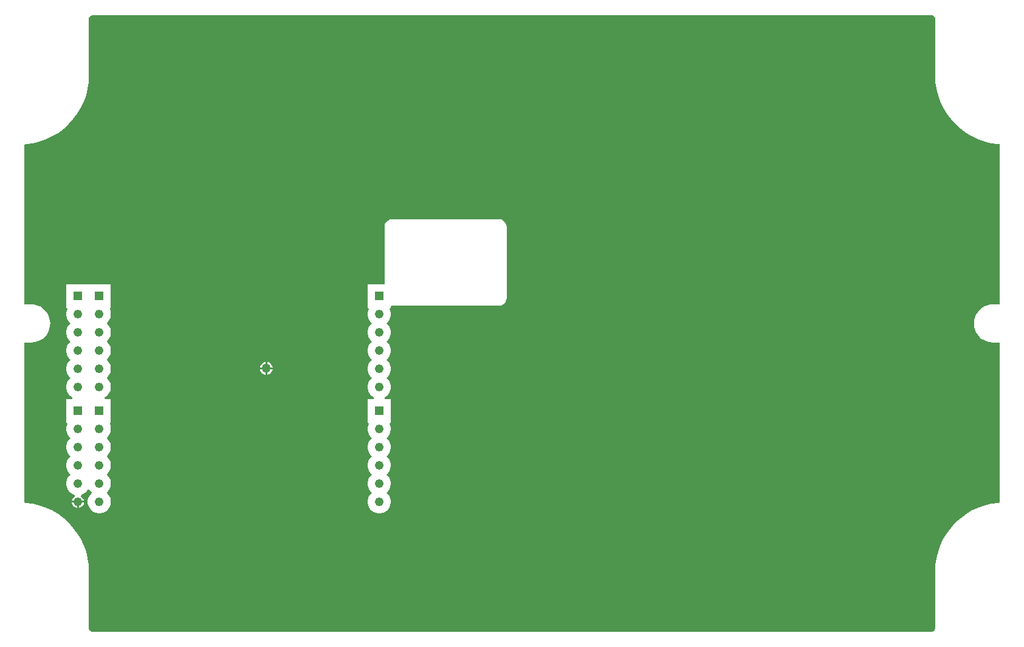
<source format=gtl>
G04*
G04 #@! TF.GenerationSoftware,Altium Limited,Altium Designer,24.5.2 (23)*
G04*
G04 Layer_Physical_Order=1*
G04 Layer_Color=255*
%FSLAX44Y44*%
%MOMM*%
G71*
G04*
G04 #@! TF.SameCoordinates,FF7F0701-0BDD-48FF-8A56-710F3804CBA9*
G04*
G04*
G04 #@! TF.FilePolarity,Positive*
G04*
G01*
G75*
%ADD13R,1.2200X1.2200*%
%ADD14C,1.2200*%
%ADD15C,1.2700*%
G36*
X100000Y864392D02*
X1270000D01*
X1272271Y863742D01*
X1273153Y863153D01*
X1273742Y862271D01*
X1274392Y860000D01*
X1274422Y859849D01*
X1274422Y857460D01*
X1274426Y782465D01*
X1274461Y782290D01*
X1274409Y781231D01*
X1274876Y771738D01*
X1276270Y762336D01*
X1278580Y753116D01*
X1281782Y744167D01*
X1285845Y735575D01*
X1290732Y727423D01*
X1296393Y719789D01*
X1302776Y712746D01*
X1309819Y706364D01*
X1317453Y700702D01*
X1325605Y695815D01*
X1334197Y691752D01*
X1343146Y688550D01*
X1352366Y686240D01*
X1361768Y684846D01*
X1364392Y684717D01*
Y461608D01*
X1355000D01*
X1355000Y461608D01*
Y461608D01*
X1354785Y461565D01*
X1350842Y461255D01*
X1346786Y460281D01*
X1342932Y458685D01*
X1339375Y456505D01*
X1336204Y453796D01*
X1333495Y450625D01*
X1331315Y447068D01*
X1329719Y443214D01*
X1328745Y439158D01*
X1328418Y435000D01*
X1328745Y430842D01*
X1329719Y426786D01*
X1331315Y422932D01*
X1333495Y419375D01*
X1336204Y416204D01*
X1339375Y413495D01*
X1342932Y411315D01*
X1346786Y409719D01*
X1350842Y408745D01*
X1354785Y408435D01*
X1355000Y408392D01*
X1364392D01*
Y185287D01*
X1361771Y185159D01*
X1352368Y183764D01*
X1343148Y181454D01*
X1334198Y178252D01*
X1325605Y174188D01*
X1317453Y169301D01*
X1309818Y163639D01*
X1302775Y157255D01*
X1296391Y150212D01*
X1290729Y142578D01*
X1285842Y134424D01*
X1281778Y125832D01*
X1278576Y116882D01*
X1276266Y107662D01*
X1274871Y98259D01*
X1274405Y88765D01*
X1274457Y87705D01*
X1274422Y87530D01*
Y10151D01*
X1274392Y10000D01*
X1274392Y10000D01*
X1273742Y7729D01*
X1273153Y6847D01*
X1271706Y5881D01*
X1270167Y5574D01*
X1270000Y5608D01*
X100000D01*
X99833Y5574D01*
X98294Y5881D01*
X96847Y6847D01*
X96258Y7729D01*
X95608Y10000D01*
X95578Y12528D01*
Y87530D01*
X95543Y87705D01*
X95595Y88765D01*
X95129Y98259D01*
X93734Y107662D01*
X91424Y116882D01*
X88222Y125832D01*
X84158Y134424D01*
X79271Y142578D01*
X73609Y150212D01*
X67225Y157255D01*
X60182Y163639D01*
X52547Y169301D01*
X44394Y174188D01*
X35802Y178252D01*
X26852Y181454D01*
X17631Y183764D01*
X8229Y185159D01*
X5608Y185287D01*
Y408392D01*
X15000D01*
X15000Y408392D01*
Y408392D01*
X15215Y408435D01*
X19158Y408745D01*
X23214Y409719D01*
X27068Y411315D01*
X30624Y413495D01*
X33796Y416204D01*
X36505Y419375D01*
X38685Y422932D01*
X40281Y426786D01*
X41255Y430842D01*
X41582Y435000D01*
X41255Y439158D01*
X40281Y443214D01*
X38685Y447068D01*
X36505Y450625D01*
X33796Y453796D01*
X30624Y456505D01*
X27068Y458685D01*
X23214Y460281D01*
X19158Y461255D01*
X15215Y461565D01*
X15000Y461608D01*
X5578D01*
Y684711D01*
X8229Y684841D01*
X17631Y686236D01*
X26852Y688546D01*
X35802Y691748D01*
X44394Y695812D01*
X52547Y700699D01*
X60182Y706361D01*
X67225Y712745D01*
X73609Y719788D01*
X79271Y727422D01*
X84158Y735575D01*
X88222Y744168D01*
X91424Y753118D01*
X93734Y762339D01*
X95129Y771741D01*
X95595Y781235D01*
X95543Y782295D01*
X95578Y782470D01*
Y859849D01*
X95608Y860000D01*
X95608Y860000D01*
X96258Y862271D01*
X96847Y863153D01*
X98294Y864119D01*
X99833Y864426D01*
X100000Y864392D01*
D02*
G37*
%LPC*%
G36*
X343770Y381363D02*
Y373770D01*
X351363D01*
X350784Y375931D01*
X349614Y377959D01*
X347959Y379614D01*
X345931Y380784D01*
X343770Y381363D01*
D02*
G37*
G36*
X341230D02*
X339069Y380784D01*
X337041Y379614D01*
X335386Y377959D01*
X334216Y375931D01*
X333637Y373770D01*
X341230D01*
Y381363D01*
D02*
G37*
G36*
X351363Y371230D02*
X343770D01*
Y363637D01*
X345931Y364216D01*
X347959Y365386D01*
X349614Y367041D01*
X350784Y369069D01*
X351363Y371230D01*
D02*
G37*
G36*
X341230D02*
X333637D01*
X334216Y369069D01*
X335386Y367041D01*
X337041Y365386D01*
X339069Y364216D01*
X341230Y363637D01*
Y371230D01*
D02*
G37*
G36*
X88604Y185230D02*
X81270D01*
Y177896D01*
X83335Y178449D01*
X85305Y179586D01*
X86914Y181195D01*
X88051Y183165D01*
X88604Y185230D01*
D02*
G37*
G36*
X78730D02*
X71396D01*
X71949Y183165D01*
X73086Y181195D01*
X74695Y179586D01*
X76665Y178449D01*
X78730Y177896D01*
Y185230D01*
D02*
G37*
G36*
X667500Y580086D02*
X517530D01*
X514920Y579743D01*
X512487Y578735D01*
X510398Y577132D01*
X508795Y575043D01*
X507787Y572611D01*
X507444Y570000D01*
Y489600D01*
X483900D01*
Y457400D01*
X484087D01*
X485374Y454860D01*
X484519Y452796D01*
X483900Y449686D01*
Y446514D01*
X484519Y443404D01*
X485732Y440474D01*
X487494Y437837D01*
X488201Y437131D01*
X489582Y435400D01*
X488201Y433670D01*
X487494Y432963D01*
X485732Y430326D01*
X484519Y427396D01*
X483900Y424286D01*
Y421114D01*
X484519Y418004D01*
X485732Y415074D01*
X487494Y412437D01*
X488201Y411730D01*
X489582Y410000D01*
X488201Y408270D01*
X487494Y407563D01*
X485732Y404926D01*
X484519Y401996D01*
X483900Y398886D01*
Y395714D01*
X484519Y392604D01*
X485732Y389674D01*
X487494Y387037D01*
X488201Y386330D01*
X489582Y384600D01*
X488201Y382869D01*
X487494Y382163D01*
X485732Y379526D01*
X484519Y376596D01*
X483900Y373486D01*
Y370314D01*
X484519Y367204D01*
X485732Y364274D01*
X487494Y361637D01*
X488201Y360930D01*
X489582Y359200D01*
X488201Y357469D01*
X487494Y356763D01*
X485732Y354126D01*
X484519Y351196D01*
X483900Y348086D01*
Y344914D01*
X484519Y341804D01*
X485732Y338874D01*
X487494Y336237D01*
X489737Y333994D01*
X492374Y332232D01*
X492597Y332140D01*
X492091Y329600D01*
X483900D01*
Y297400D01*
X484087D01*
X485374Y294860D01*
X484519Y292796D01*
X483900Y289686D01*
Y286514D01*
X484519Y283404D01*
X485732Y280474D01*
X487494Y277837D01*
X488201Y277131D01*
X489582Y275400D01*
X488201Y273669D01*
X487494Y272963D01*
X485732Y270326D01*
X484519Y267396D01*
X483900Y264286D01*
Y261114D01*
X484519Y258004D01*
X485732Y255074D01*
X487494Y252437D01*
X488201Y251730D01*
X489582Y250000D01*
X488201Y248270D01*
X487494Y247563D01*
X485732Y244926D01*
X484519Y241996D01*
X483900Y238886D01*
Y235714D01*
X484519Y232604D01*
X485732Y229674D01*
X487494Y227037D01*
X488201Y226331D01*
X489582Y224600D01*
X488201Y222869D01*
X487494Y222163D01*
X485732Y219526D01*
X484519Y216596D01*
X483900Y213486D01*
Y210314D01*
X484519Y207204D01*
X485732Y204274D01*
X487494Y201637D01*
X488201Y200931D01*
X489582Y199200D01*
X488201Y197470D01*
X487494Y196763D01*
X485732Y194126D01*
X484519Y191196D01*
X483900Y188086D01*
Y184914D01*
X484519Y181804D01*
X485732Y178874D01*
X487494Y176237D01*
X489737Y173994D01*
X492374Y172232D01*
X495304Y171019D01*
X498414Y170400D01*
X501586D01*
X504696Y171019D01*
X507626Y172232D01*
X510263Y173994D01*
X512506Y176237D01*
X514268Y178874D01*
X515481Y181804D01*
X516100Y184914D01*
Y188086D01*
X515481Y191196D01*
X514268Y194126D01*
X512506Y196763D01*
X511799Y197470D01*
X510418Y199200D01*
X511799Y200931D01*
X512506Y201637D01*
X514268Y204274D01*
X515481Y207204D01*
X516100Y210314D01*
Y213486D01*
X515481Y216596D01*
X514268Y219526D01*
X512506Y222163D01*
X511799Y222869D01*
X510418Y224600D01*
X511799Y226331D01*
X512506Y227037D01*
X514268Y229674D01*
X515481Y232604D01*
X516100Y235714D01*
Y238886D01*
X515481Y241996D01*
X514268Y244926D01*
X512506Y247563D01*
X511799Y248270D01*
X510418Y250000D01*
X511799Y251730D01*
X512506Y252437D01*
X514268Y255074D01*
X515481Y258004D01*
X516100Y261114D01*
Y264286D01*
X515481Y267396D01*
X514268Y270326D01*
X512506Y272963D01*
X511799Y273669D01*
X510418Y275400D01*
X511799Y277131D01*
X512506Y277837D01*
X514268Y280474D01*
X515481Y283404D01*
X516100Y286514D01*
Y289686D01*
X515481Y292796D01*
X514627Y294860D01*
X515913Y297400D01*
X516100D01*
Y329600D01*
X507909D01*
X507403Y332140D01*
X507626Y332232D01*
X510263Y333994D01*
X512506Y336237D01*
X514268Y338874D01*
X515481Y341804D01*
X516100Y344914D01*
Y348086D01*
X515481Y351196D01*
X514268Y354126D01*
X512506Y356763D01*
X511799Y357469D01*
X510418Y359200D01*
X511799Y360930D01*
X512506Y361637D01*
X514268Y364274D01*
X515481Y367204D01*
X516100Y370314D01*
Y373486D01*
X515481Y376596D01*
X514268Y379526D01*
X512506Y382163D01*
X511799Y382869D01*
X510418Y384600D01*
X511799Y386330D01*
X512506Y387037D01*
X514268Y389674D01*
X515481Y392604D01*
X516100Y395714D01*
Y398886D01*
X515481Y401996D01*
X514268Y404926D01*
X512506Y407563D01*
X511799Y408270D01*
X510418Y410000D01*
X511799Y411730D01*
X512506Y412437D01*
X514268Y415074D01*
X515481Y418004D01*
X516100Y421114D01*
Y424286D01*
X515481Y427396D01*
X514268Y430326D01*
X512506Y432963D01*
X511799Y433670D01*
X510418Y435400D01*
X511799Y437131D01*
X512506Y437837D01*
X514268Y440474D01*
X515481Y443404D01*
X516100Y446514D01*
Y449686D01*
X515481Y452796D01*
X514627Y454860D01*
X515913Y457400D01*
X516100D01*
Y458660D01*
X517530Y459914D01*
X667500D01*
X670110Y460257D01*
X672543Y461265D01*
X674632Y462868D01*
X676235Y464957D01*
X677243Y467389D01*
X677586Y470000D01*
Y570000D01*
X677243Y572611D01*
X676235Y575043D01*
X674632Y577132D01*
X672543Y578735D01*
X670110Y579743D01*
X667500Y580086D01*
D02*
G37*
G36*
X126100Y489600D02*
X63900D01*
Y457400D01*
X64088D01*
X65374Y454860D01*
X64519Y452796D01*
X63900Y449686D01*
Y446514D01*
X64519Y443404D01*
X65732Y440474D01*
X67494Y437837D01*
X68201Y437131D01*
X69582Y435400D01*
X68201Y433670D01*
X67494Y432963D01*
X65732Y430326D01*
X64519Y427396D01*
X63900Y424286D01*
Y421114D01*
X64519Y418004D01*
X65732Y415074D01*
X67494Y412437D01*
X68201Y411730D01*
X69582Y410000D01*
X68201Y408270D01*
X67494Y407563D01*
X65732Y404926D01*
X64519Y401996D01*
X63900Y398886D01*
Y395714D01*
X64519Y392604D01*
X65732Y389674D01*
X67494Y387037D01*
X68201Y386330D01*
X69582Y384600D01*
X68201Y382869D01*
X67494Y382163D01*
X65732Y379526D01*
X64519Y376596D01*
X63900Y373486D01*
Y370314D01*
X64519Y367204D01*
X65732Y364274D01*
X67494Y361637D01*
X68201Y360930D01*
X69582Y359200D01*
X68201Y357469D01*
X67494Y356763D01*
X65732Y354126D01*
X64519Y351196D01*
X63900Y348086D01*
Y344914D01*
X64519Y341804D01*
X65732Y338874D01*
X67494Y336237D01*
X69737Y333994D01*
X72374Y332232D01*
X72597Y332140D01*
X72091Y329600D01*
X63900D01*
Y297400D01*
X64088D01*
X65374Y294860D01*
X64519Y292796D01*
X63900Y289686D01*
Y286514D01*
X64519Y283404D01*
X65732Y280474D01*
X67494Y277837D01*
X68201Y277131D01*
X69582Y275400D01*
X68201Y273669D01*
X67494Y272963D01*
X65732Y270326D01*
X64519Y267396D01*
X63900Y264286D01*
Y261114D01*
X64519Y258004D01*
X65732Y255074D01*
X67494Y252437D01*
X68201Y251730D01*
X69582Y250000D01*
X68201Y248270D01*
X67494Y247563D01*
X65732Y244926D01*
X64519Y241996D01*
X63900Y238886D01*
Y235714D01*
X64519Y232604D01*
X65732Y229674D01*
X67494Y227037D01*
X68201Y226331D01*
X69582Y224600D01*
X68201Y222869D01*
X67494Y222163D01*
X65732Y219526D01*
X64519Y216596D01*
X63900Y213486D01*
Y210314D01*
X64519Y207204D01*
X65732Y204274D01*
X67494Y201637D01*
X69737Y199394D01*
X72374Y197632D01*
X75022Y196535D01*
X75329Y195604D01*
X75386Y193813D01*
X74695Y193414D01*
X73086Y191805D01*
X71949Y189835D01*
X71396Y187770D01*
X80000D01*
X88604D01*
X88051Y189835D01*
X86914Y191805D01*
X85305Y193414D01*
X84614Y193813D01*
X84670Y195604D01*
X84978Y196535D01*
X87626Y197632D01*
X90263Y199394D01*
X92506Y201637D01*
X93525Y203162D01*
X93607Y203204D01*
X96393D01*
X96475Y203162D01*
X97494Y201637D01*
X98201Y200931D01*
X99582Y199200D01*
X98201Y197470D01*
X97494Y196763D01*
X95732Y194126D01*
X94519Y191196D01*
X93900Y188086D01*
Y184914D01*
X94519Y181804D01*
X95732Y178874D01*
X97494Y176237D01*
X99737Y173994D01*
X102374Y172232D01*
X105304Y171019D01*
X108414Y170400D01*
X111586D01*
X114696Y171019D01*
X117626Y172232D01*
X120263Y173994D01*
X122506Y176237D01*
X124268Y178874D01*
X125481Y181804D01*
X126100Y184914D01*
Y188086D01*
X125481Y191196D01*
X124268Y194126D01*
X122506Y196763D01*
X121799Y197470D01*
X120418Y199200D01*
X121799Y200931D01*
X122506Y201637D01*
X124268Y204274D01*
X125481Y207204D01*
X126100Y210314D01*
Y213486D01*
X125481Y216596D01*
X124268Y219526D01*
X122506Y222163D01*
X121799Y222869D01*
X120418Y224600D01*
X121799Y226331D01*
X122506Y227037D01*
X124268Y229674D01*
X125481Y232604D01*
X126100Y235714D01*
Y238886D01*
X125481Y241996D01*
X124268Y244926D01*
X122506Y247563D01*
X121799Y248270D01*
X120418Y250000D01*
X121799Y251730D01*
X122506Y252437D01*
X124268Y255074D01*
X125481Y258004D01*
X126100Y261114D01*
Y264286D01*
X125481Y267396D01*
X124268Y270326D01*
X122506Y272963D01*
X121799Y273669D01*
X120418Y275400D01*
X121799Y277131D01*
X122506Y277837D01*
X124268Y280474D01*
X125481Y283404D01*
X126100Y286514D01*
Y289686D01*
X125481Y292796D01*
X124626Y294860D01*
X125913Y297400D01*
X126100D01*
Y329600D01*
X117908D01*
X117403Y332140D01*
X117626Y332232D01*
X120263Y333994D01*
X122506Y336237D01*
X124268Y338874D01*
X125481Y341804D01*
X126100Y344914D01*
Y348086D01*
X125481Y351196D01*
X124268Y354126D01*
X122506Y356763D01*
X121799Y357469D01*
X120418Y359200D01*
X121799Y360930D01*
X122506Y361637D01*
X124268Y364274D01*
X125481Y367204D01*
X126100Y370314D01*
Y373486D01*
X125481Y376596D01*
X124268Y379526D01*
X122506Y382163D01*
X121799Y382869D01*
X120418Y384600D01*
X121799Y386330D01*
X122506Y387037D01*
X124268Y389674D01*
X125481Y392604D01*
X126100Y395714D01*
Y398886D01*
X125481Y401996D01*
X124268Y404926D01*
X122506Y407563D01*
X121799Y408270D01*
X120418Y410000D01*
X121799Y411730D01*
X122506Y412437D01*
X124268Y415074D01*
X125481Y418004D01*
X126100Y421114D01*
Y424286D01*
X125481Y427396D01*
X124268Y430326D01*
X122506Y432963D01*
X121799Y433670D01*
X120418Y435400D01*
X121799Y437131D01*
X122506Y437837D01*
X124268Y440474D01*
X125481Y443404D01*
X126100Y446514D01*
Y449686D01*
X125481Y452796D01*
X124626Y454860D01*
X125913Y457400D01*
X126100D01*
Y489600D01*
D02*
G37*
%LPD*%
D13*
X80000Y313500D02*
D03*
X110000Y473500D02*
D03*
Y313500D02*
D03*
X80000Y473500D02*
D03*
X500000Y313500D02*
D03*
Y473500D02*
D03*
D14*
X80000Y288100D02*
D03*
Y262700D02*
D03*
Y237300D02*
D03*
Y211900D02*
D03*
Y186500D02*
D03*
X110000Y448100D02*
D03*
Y422700D02*
D03*
Y397300D02*
D03*
Y371900D02*
D03*
Y346500D02*
D03*
Y288100D02*
D03*
Y262700D02*
D03*
Y237300D02*
D03*
Y211900D02*
D03*
Y186500D02*
D03*
X80000Y448100D02*
D03*
Y422700D02*
D03*
Y397300D02*
D03*
Y371900D02*
D03*
Y346500D02*
D03*
X500000Y186500D02*
D03*
Y211900D02*
D03*
Y237300D02*
D03*
Y262700D02*
D03*
Y288100D02*
D03*
Y346500D02*
D03*
Y371900D02*
D03*
Y397300D02*
D03*
Y422700D02*
D03*
Y448100D02*
D03*
D15*
X342500Y372500D02*
D03*
M02*

</source>
